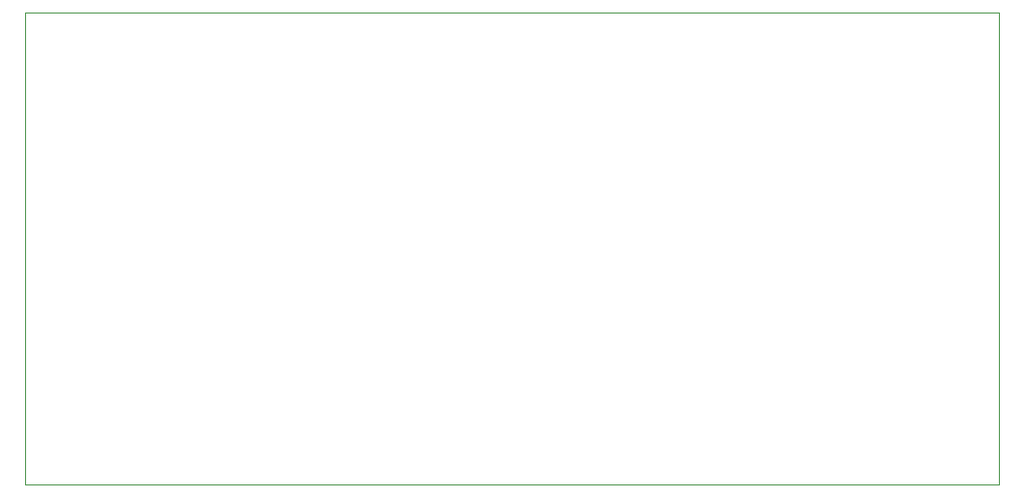
<source format=gbr>
G04 #@! TF.GenerationSoftware,KiCad,Pcbnew,(6.0.4)*
G04 #@! TF.CreationDate,2022-05-02T19:54:18-04:00*
G04 #@! TF.ProjectId,Power_Breakout,506f7765-725f-4427-9265-616b6f75742e,v1*
G04 #@! TF.SameCoordinates,Original*
G04 #@! TF.FileFunction,Profile,NP*
%FSLAX46Y46*%
G04 Gerber Fmt 4.6, Leading zero omitted, Abs format (unit mm)*
G04 Created by KiCad (PCBNEW (6.0.4)) date 2022-05-02 19:54:18*
%MOMM*%
%LPD*%
G01*
G04 APERTURE LIST*
G04 #@! TA.AperFunction,Profile*
%ADD10C,0.050000*%
G04 #@! TD*
G04 APERTURE END LIST*
D10*
X117119400Y-120500000D02*
X117119400Y-161975800D01*
X117119400Y-161975800D02*
X202615800Y-161975800D01*
X202615800Y-161975800D02*
X202615800Y-120500000D01*
X202615800Y-120500000D02*
X117119400Y-120500000D01*
M02*

</source>
